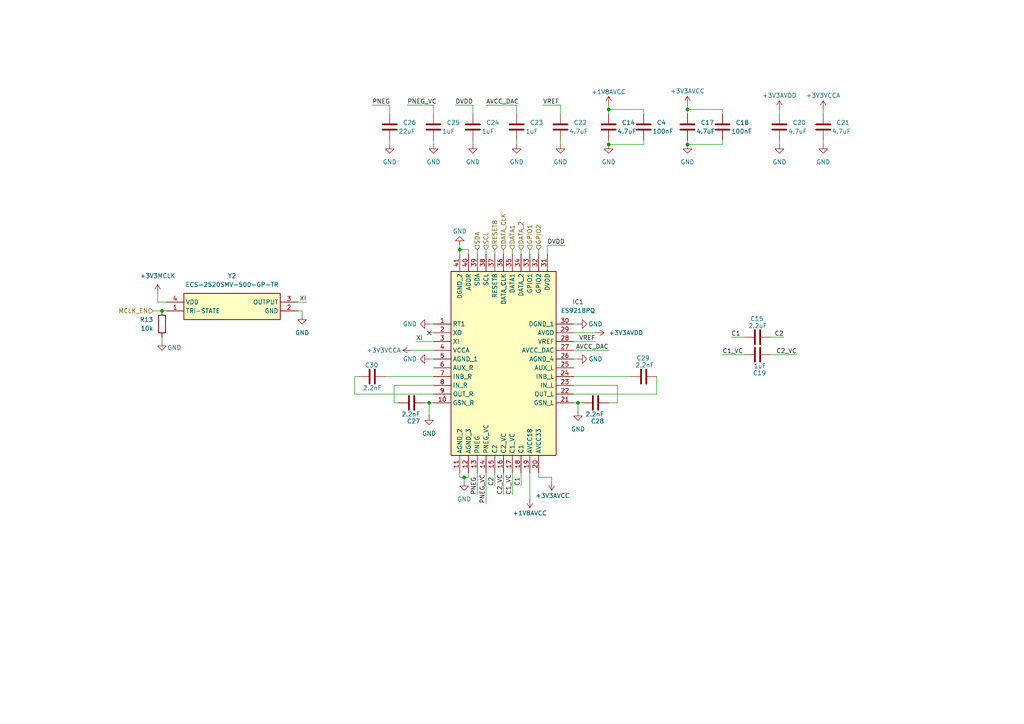
<source format=kicad_sch>
(kicad_sch (version 20250114) (generator "eeschema") (generator_version "9.0")
  (paper "A4")
  (lib_symbols
    (symbol "Device:C" (pin_numbers (hide yes)) (pin_names (offset 0.254))
      (property "Reference" "C" (at 0.635 2.54 0))
      (property "Value" "C" (at 0.635 -2.54 0))
      (symbol "C_0_1"
        (polyline (pts (xy -2.032 0.762) (xy 2.032 0.762)) (stroke (width 0.508)))
        (polyline (pts (xy -2.032 -0.762) (xy 2.032 -0.762)) (stroke (width 0.508)))
      )
      (symbol "C_1_1"
        (pin passive line (at 0 3.81 270) (length 2.794) (name "~") (number "1"))
        (pin passive line (at 0 -3.81 90) (length 2.794) (name "~") (number "2"))
      )
    )
    (symbol "Device:R" (pin_numbers (hide yes)) (pin_names (offset 0))
      (property "Reference" "R" (at 2.032 0 90))
      (property "Value" "R" (at 0 0 90))
      (symbol "R_0_1"
        (rectangle (start -1.016 -2.54) (end 1.016 2.54) (stroke (width 0.254)))
      )
      (symbol "R_1_1"
        (pin passive line (at 0 3.81 270) (length 1.27) (name "~") (number "1"))
        (pin passive line (at 0 -3.81 90) (length 1.27) (name "~") (number "2"))
      )
    )
    (symbol "ECS-2520SMV-500-GP-TR:ECS-2520SMV-500-GP-TR"
      (property "Reference" "Y" (at 34.29 7.62 0))
      (property "Value" "ECS-2520SMV-500-GP-TR" (at 34.29 5.08 0))
      (symbol "ECS-2520SMV-500-GP-TR_1_1"
        (rectangle (start 5.08 2.54) (end 33.02 -5.08) (stroke (width 0.254)) (fill (type background)))
        (pin passive line (at 0 0 0) (length 5.08) (name "VDD") (number "4"))
        (pin passive line (at 0 -2.54 0) (length 5.08) (name "TRI-STATE") (number "1"))
        (pin passive line (at 38.1 0 180) (length 5.08) (name "OUTPUT") (number "3"))
        (pin passive line (at 38.1 -2.54 180) (length 5.08) (name "GND") (number "2"))
      )
    )
    (symbol "ES9218PQ:ES9218PQ"
      (property "Reference" "IC" (at 36.83 20.32 0))
      (property "Value" "ES9218PQ" (at 36.83 17.78 0))
      (symbol "ES9218PQ_1_1"
        (rectangle (start 5.08 15.24) (end 35.56 -38.1) (stroke (width 0.254)) (fill (type background)))
        (pin passive line (at 0 0 0) (length 5.08) (name "RT1") (number "1"))
        (pin passive line (at 0 -2.54 0) (length 5.08) (name "XO") (number "2"))
        (pin passive line (at 0 -5.08 0) (length 5.08) (name "XI") (number "3"))
        (pin passive line (at 0 -7.62 0) (length 5.08) (name "VCCA") (number "4"))
        (pin passive line (at 0 -10.16 0) (length 5.08) (name "AGND_1") (number "5"))
        (pin passive line (at 0 -12.7 0) (length 5.08) (name "AUX_R") (number "6"))
        (pin passive line (at 0 -15.24 0) (length 5.08) (name "INB_R") (number "7"))
        (pin passive line (at 0 -17.78 0) (length 5.08) (name "IN_R") (number "8"))
        (pin passive line (at 0 -20.32 0) (length 5.08) (name "OUT_R") (number "9"))
        (pin passive line (at 0 -22.86 0) (length 5.08) (name "GSN_R") (number "10"))
        (pin passive line (at 7.62 20.32 270) (length 5.08) (name "DGND_2") (number "41"))
        (pin passive line (at 7.62 -43.18 90) (length 5.08) (name "AGND_2") (number "11"))
        (pin passive line (at 10.16 20.32 270) (length 5.08) (name "ADDR") (number "40"))
        (pin passive line (at 10.16 -43.18 90) (length 5.08) (name "AGND_3") (number "12"))
        (pin passive line (at 12.7 20.32 270) (length 5.08) (name "SDA") (number "39"))
        (pin passive line (at 12.7 -43.18 90) (length 5.08) (name "PNEG") (number "13"))
        (pin passive line (at 15.24 20.32 270) (length 5.08) (name "SCL") (number "38"))
        (pin passive line (at 15.24 -43.18 90) (length 5.08) (name "PNEG_VC") (number "14"))
        (pin passive line (at 17.78 20.32 270) (length 5.08) (name "RESETB") (number "37"))
        (pin passive line (at 17.78 -43.18 90) (length 5.08) (name "C2") (number "15"))
        (pin passive line (at 20.32 20.32 270) (length 5.08) (name "DATA_CLK") (number "36"))
        (pin passive line (at 20.32 -43.18 90) (length 5.08) (name "C2_VC") (number "16"))
        (pin passive line (at 22.86 20.32 270) (length 5.08) (name "DATA1") (number "35"))
        (pin passive line (at 22.86 -43.18 90) (length 5.08) (name "C1_VC") (number "17"))
        (pin passive line (at 25.4 20.32 270) (length 5.08) (name "DATA_2") (number "34"))
        (pin passive line (at 25.4 -43.18 90) (length 5.08) (name "C1") (number "18"))
        (pin passive line (at 27.94 20.32 270) (length 5.08) (name "GPIO1") (number "33"))
        (pin passive line (at 27.94 -43.18 90) (length 5.08) (name "AVCC18") (number "19"))
        (pin passive line (at 30.48 20.32 270) (length 5.08) (name "GPIO2") (number "32"))
        (pin passive line (at 30.48 -43.18 90) (length 5.08) (name "AVCC33") (number "20"))
        (pin passive line (at 33.02 20.32 270) (length 5.08) (name "DVDD") (number "31"))
        (pin passive line (at 40.64 0 180) (length 5.08) (name "DGND_1") (number "30"))
        (pin passive line (at 40.64 -2.54 180) (length 5.08) (name "AVDD") (number "29"))
        (pin passive line (at 40.64 -5.08 180) (length 5.08) (name "VREF") (number "28"))
        (pin passive line (at 40.64 -7.62 180) (length 5.08) (name "AVCC_DAC") (number "27"))
        (pin passive line (at 40.64 -10.16 180) (length 5.08) (name "AGND_4") (number "26"))
        (pin passive line (at 40.64 -12.7 180) (length 5.08) (name "AUX_L") (number "25"))
        (pin passive line (at 40.64 -15.24 180) (length 5.08) (name "INB_L") (number "24"))
        (pin passive line (at 40.64 -17.78 180) (length 5.08) (name "IN_L") (number "23"))
        (pin passive line (at 40.64 -20.32 180) (length 5.08) (name "OUT_L") (number "22"))
        (pin passive line (at 40.64 -22.86 180) (length 5.08) (name "GSN_L") (number "21"))
      )
    )
    (symbol "power:+1V8" (power) (pin_numbers (hide yes)) (pin_names (offset 0) (hide yes))
      (property "Value" "+1V8" (at 0 3.556 0))
      (symbol "+1V8_0_1"
        (polyline (pts (xy -0.762 1.27) (xy 0 2.54)))
        (polyline (pts (xy 0 2.54) (xy 0.762 1.27)))
        (polyline (pts (xy 0 0) (xy 0 2.54)))
      )
      (symbol "+1V8_1_1"
        (pin power_in line (at 0 0 90) (length 0) (name "~") (number "1"))
      )
    )
    (symbol "power:+3V3" (power) (pin_numbers (hide yes)) (pin_names (offset 0) (hide yes))
      (property "Value" "+3V3" (at 0 3.556 0))
      (symbol "+3V3_0_1"
        (polyline (pts (xy -0.762 1.27) (xy 0 2.54)))
        (polyline (pts (xy 0 2.54) (xy 0.762 1.27)))
        (polyline (pts (xy 0 0) (xy 0 2.54)))
      )
      (symbol "+3V3_1_1"
        (pin power_in line (at 0 0 90) (length 0) (name "~") (number "1"))
      )
    )
    (symbol "power:GND" (power) (pin_numbers (hide yes)) (pin_names (offset 0) (hide yes))
      (property "Value" "GND" (at 0 -3.81 0))
      (symbol "GND_0_1"
        (polyline (pts (xy 0 0) (xy 0 -1.27) (xy 1.27 -1.27) (xy 0 -2.54) (xy -1.27 -1.27) (xy 0 -1.27)))
      )
      (symbol "GND_1_1"
        (pin power_in line (at 0 0 270) (length 0) (name "~") (number "1"))
      )
    )
  )
  (junction (at 167.64 116.84))
  (junction (at 176.53 31.75))
  (junction (at 124.46 116.84))
  (junction (at 176.53 41.91))
  (junction (at 46.99 90.17))
  (junction (at 199.39 31.75))
  (junction (at 133.35 72.39))
  (junction (at 199.39 41.91))
  (junction (at 134.62 138.43))
  (no_connect (at 124.46 96.52))
  (wire (pts (xy 157.48 30.48) (xy 162.56 30.48)))
  (wire (pts (xy 137.16 30.48) (xy 137.16 33.02)))
  (wire (pts (xy 167.64 104.14) (xy 166.37 104.14)))
  (wire (pts (xy 166.37 116.84) (xy 167.64 116.84)))
  (wire (pts (xy 162.56 30.48) (xy 162.56 33.02)))
  (wire (pts (xy 163.83 71.12) (xy 158.75 71.12)))
  (wire (pts (xy 124.46 93.98) (xy 125.73 93.98)))
  (wire (pts (xy 138.43 143.51) (xy 138.43 137.16)))
  (wire (pts (xy 212.09 97.79) (xy 215.9 97.79)))
  (wire (pts (xy 114.3 116.84) (xy 114.3 111.76)))
  (wire (pts (xy 226.06 31.75) (xy 226.06 33.02)))
  (wire (pts (xy 238.76 40.64) (xy 238.76 41.91)))
  (wire (pts (xy 156.21 72.39) (xy 156.21 73.66)))
  (wire (pts (xy 160.02 138.43) (xy 160.02 139.7)))
  (wire (pts (xy 148.59 143.51) (xy 148.59 137.16)))
  (wire (pts (xy 176.53 30.48) (xy 176.53 31.75)))
  (wire (pts (xy 124.46 116.84) (xy 124.46 120.65)))
  (wire (pts (xy 199.39 31.75) (xy 209.55 31.75)))
  (wire (pts (xy 134.62 138.43) (xy 135.89 138.43)))
  (wire (pts (xy 124.46 104.14) (xy 125.73 104.14)))
  (wire (pts (xy 158.75 71.12) (xy 158.75 73.66)))
  (wire (pts (xy 113.03 30.48) (xy 107.95 30.48)))
  (wire (pts (xy 88.9 87.63) (xy 86.36 87.63)))
  (wire (pts (xy 124.46 96.52) (xy 125.73 96.52)))
  (wire (pts (xy 133.35 137.16) (xy 133.35 138.43)))
  (wire (pts (xy 45.72 85.09) (xy 45.72 87.63)))
  (wire (pts (xy 176.53 101.6) (xy 166.37 101.6)))
  (wire (pts (xy 135.89 137.16) (xy 135.89 138.43)))
  (wire (pts (xy 119.38 101.6) (xy 125.73 101.6)))
  (wire (pts (xy 223.52 97.79) (xy 227.33 97.79)))
  (wire (pts (xy 176.53 31.75) (xy 186.69 31.75)))
  (wire (pts (xy 87.63 91.44) (xy 87.63 90.17)))
  (wire (pts (xy 146.05 143.51) (xy 146.05 137.16)))
  (wire (pts (xy 146.05 72.39) (xy 146.05 73.66)))
  (wire (pts (xy 135.89 72.39) (xy 133.35 72.39)))
  (wire (pts (xy 186.69 41.91) (xy 186.69 40.64)))
  (wire (pts (xy 176.53 41.91) (xy 176.53 40.64)))
  (wire (pts (xy 137.16 40.64) (xy 137.16 41.91)))
  (wire (pts (xy 167.64 116.84) (xy 168.91 116.84)))
  (wire (pts (xy 162.56 41.91) (xy 162.56 40.64)))
  (wire (pts (xy 133.35 72.39) (xy 133.35 73.66)))
  (wire (pts (xy 124.46 116.84) (xy 125.73 116.84)))
  (wire (pts (xy 87.63 90.17) (xy 86.36 90.17)))
  (wire (pts (xy 114.3 111.76) (xy 125.73 111.76)))
  (wire (pts (xy 102.87 114.3) (xy 125.73 114.3)))
  (wire (pts (xy 123.19 116.84) (xy 124.46 116.84)))
  (wire (pts (xy 133.35 138.43) (xy 134.62 138.43)))
  (wire (pts (xy 209.55 41.91) (xy 209.55 40.64)))
  (wire (pts (xy 167.64 93.98) (xy 166.37 93.98)))
  (wire (pts (xy 209.55 102.87) (xy 215.9 102.87)))
  (wire (pts (xy 149.86 30.48) (xy 149.86 33.02)))
  (wire (pts (xy 199.39 41.91) (xy 199.39 40.64)))
  (wire (pts (xy 140.97 30.48) (xy 149.86 30.48)))
  (wire (pts (xy 125.73 40.64) (xy 125.73 41.91)))
  (wire (pts (xy 143.51 140.97) (xy 143.51 137.16)))
  (wire (pts (xy 140.97 146.05) (xy 140.97 137.16)))
  (wire (pts (xy 133.35 71.12) (xy 133.35 72.39)))
  (wire (pts (xy 156.21 138.43) (xy 160.02 138.43)))
  (wire (pts (xy 199.39 30.48) (xy 199.39 31.75)))
  (wire (pts (xy 199.39 33.02) (xy 199.39 31.75)))
  (wire (pts (xy 149.86 40.64) (xy 149.86 41.91)))
  (wire (pts (xy 113.03 33.02) (xy 113.03 30.48)))
  (wire (pts (xy 46.99 99.06) (xy 46.99 97.79)))
  (wire (pts (xy 167.64 116.84) (xy 167.64 119.38)))
  (wire (pts (xy 190.5 114.3) (xy 190.5 109.22)))
  (wire (pts (xy 153.67 72.39) (xy 153.67 73.66)))
  (wire (pts (xy 46.99 90.17) (xy 48.26 90.17)))
  (wire (pts (xy 104.14 109.22) (xy 102.87 109.22)))
  (wire (pts (xy 209.55 31.75) (xy 209.55 33.02)))
  (wire (pts (xy 125.73 30.48) (xy 125.73 33.02)))
  (wire (pts (xy 238.76 31.75) (xy 238.76 33.02)))
  (wire (pts (xy 172.72 99.06) (xy 166.37 99.06)))
  (wire (pts (xy 143.51 72.39) (xy 143.51 73.66)))
  (wire (pts (xy 111.76 109.22) (xy 125.73 109.22)))
  (wire (pts (xy 148.59 72.39) (xy 148.59 73.66)))
  (wire (pts (xy 44.45 90.17) (xy 46.99 90.17)))
  (wire (pts (xy 156.21 138.43) (xy 156.21 137.16)))
  (wire (pts (xy 114.3 116.84) (xy 115.57 116.84)))
  (wire (pts (xy 102.87 109.22) (xy 102.87 114.3)))
  (wire (pts (xy 153.67 144.78) (xy 153.67 137.16)))
  (wire (pts (xy 172.72 96.52) (xy 166.37 96.52)))
  (wire (pts (xy 186.69 31.75) (xy 186.69 33.02)))
  (wire (pts (xy 113.03 40.64) (xy 113.03 41.91)))
  (wire (pts (xy 179.07 111.76) (xy 179.07 116.84)))
  (wire (pts (xy 45.72 87.63) (xy 48.26 87.63)))
  (wire (pts (xy 151.13 72.39) (xy 151.13 73.66)))
  (wire (pts (xy 134.62 139.7) (xy 134.62 138.43)))
  (wire (pts (xy 166.37 109.22) (xy 182.88 109.22)))
  (wire (pts (xy 166.37 114.3) (xy 190.5 114.3)))
  (wire (pts (xy 176.53 41.91) (xy 186.69 41.91)))
  (wire (pts (xy 166.37 111.76) (xy 179.07 111.76)))
  (wire (pts (xy 176.53 33.02) (xy 176.53 31.75)))
  (wire (pts (xy 138.43 72.39) (xy 138.43 73.66)))
  (wire (pts (xy 120.65 99.06) (xy 125.73 99.06)))
  (wire (pts (xy 179.07 116.84) (xy 176.53 116.84)))
  (wire (pts (xy 118.11 30.48) (xy 125.73 30.48)))
  (wire (pts (xy 151.13 140.97) (xy 151.13 137.16)))
  (wire (pts (xy 223.52 102.87) (xy 231.14 102.87)))
  (wire (pts (xy 199.39 41.91) (xy 209.55 41.91)))
  (wire (pts (xy 135.89 73.66) (xy 135.89 72.39)))
  (wire (pts (xy 140.97 72.39) (xy 140.97 73.66)))
  (wire (pts (xy 132.08 30.48) (xy 137.16 30.48)))
  (wire (pts (xy 226.06 41.91) (xy 226.06 40.64)))
  (label "PNEG_VC" (at 118.11 30.48 0))
  (label "PNEG" (at 107.95 30.48 0))
  (label "C1_VC" (at 148.59 143.51 90))
  (label "PNEG" (at 138.43 143.51 90))
  (label "C2" (at 227.33 97.79 180))
  (label "DVDD" (at 163.83 71.12 180))
  (label "C1_VC" (at 209.55 102.87 0))
  (label "XI" (at 88.9 87.63 180))
  (label "AVCC_DAC" (at 140.97 30.48 0))
  (label "XI" (at 120.65 99.06 0))
  (label "C2_VC" (at 231.14 102.87 180))
  (label "VREF" (at 157.48 30.48 0))
  (label "C2_VC" (at 146.05 143.51 90))
  (label "VREF" (at 172.72 99.06 180))
  (label "C2" (at 143.51 140.97 90))
  (label "AVCC_DAC" (at 176.53 101.6 180))
  (label "C1" (at 151.13 140.97 90))
  (label "C1" (at 212.09 97.79 0))
  (label "PNEG_VC" (at 140.97 146.05 90))
  (label "DVDD" (at 132.08 30.48 0))
  (hierarchical_label "GPIO2" (shape input) (at 156.21 72.39 90))
  (hierarchical_label "SCL" (shape input) (at 140.97 72.39 90))
  (hierarchical_label "DATA1" (shape input) (at 148.59 72.39 90))
  (hierarchical_label "DATA_CLK" (shape input) (at 146.05 72.39 90))
  (hierarchical_label "SDA" (shape input) (at 138.43 72.39 90))
  (hierarchical_label "MCLK_EN" (shape input) (at 44.45 90.17 180))
  (hierarchical_label "GPIO1" (shape input) (at 153.67 72.39 90))
  (hierarchical_label "DATA_2" (shape input) (at 151.13 72.39 90))
  (hierarchical_label "RESETB" (shape input) (at 143.51 72.39 90))
  (symbol (lib_id "Device:C") (at 186.69 109.22 90) (unit 1)
    (property "Reference" "C29" (at 188.468 103.886 90) (effects (justify left)))
    (property "Value" "2.2nF" (at 189.738 105.918 90) (effects (justify left)))
    (property "Description" "Unpolarized capacitor" (effects (hide yes)))
  )
  (symbol (lib_id "power:+3V3") (at 238.76 31.75 0) (unit 1)
    (property "Reference" "#PWR053" (effects (hide yes)))
    (property "Value" "+3V3VCCA" (at 238.76 27.686 0))
    (property "Description" "Power symbol creates a global label with name \"+3V3\"" (effects (hide yes)))
  )
  (symbol (lib_id "Device:C") (at 119.38 116.84 90) (mirror x) (unit 1)
    (property "Reference" "C27" (at 121.92 122.174 90) (effects (justify left)))
    (property "Value" "2.2nF" (at 121.92 120.142 90) (effects (justify left)))
    (property "Description" "Unpolarized capacitor" (effects (hide yes)))
  )
  (symbol (lib_id "power:GND") (at 226.06 41.91 0) (unit 1)
    (property "Reference" "#PWR077" (effects (hide yes)))
    (property "Value" "GND" (at 226.06 46.99 0))
    (property "Description" "Power symbol creates a global label with name \"GND\" , ground" (effects (hide yes)))
  )
  (symbol (lib_id "Device:C") (at 125.73 36.83 0) (unit 1)
    (property "Reference" "C25" (at 129.54 35.5599 0) (effects (justify left)))
    (property "Value" "1uF" (at 128.27 38.1 0) (effects (justify left)))
    (property "Description" "Unpolarized capacitor" (effects (hide yes)))
  )
  (symbol (lib_id "Device:C") (at 137.16 36.83 0) (unit 1)
    (property "Reference" "C24" (at 140.97 35.5599 0) (effects (justify left)))
    (property "Value" "1uF" (at 139.7 38.1 0) (effects (justify left)))
    (property "Description" "Unpolarized capacitor" (effects (hide yes)))
  )
  (symbol (lib_id "power:GND") (at 125.73 41.91 0) (unit 1)
    (property "Reference" "#PWR082" (effects (hide yes)))
    (property "Value" "GND" (at 125.73 46.99 0))
    (property "Description" "Power symbol creates a global label with name \"GND\" , ground" (effects (hide yes)))
  )
  (symbol (lib_id "Device:C") (at 219.71 102.87 90) (mirror x) (unit 1)
    (property "Reference" "C19" (at 222.25 108.204 90) (effects (justify left)))
    (property "Value" "1uF" (at 222.25 106.172 90) (effects (justify left)))
    (property "Description" "Unpolarized capacitor" (effects (hide yes)))
  )
  (symbol (lib_id "power:GND") (at 162.56 41.91 0) (unit 1)
    (property "Reference" "#PWR079" (effects (hide yes)))
    (property "Value" "GND" (at 162.56 46.99 0))
    (property "Description" "Power symbol creates a global label with name \"GND\" , ground" (effects (hide yes)))
  )
  (symbol (lib_id "Device:C") (at 149.86 36.83 0) (unit 1)
    (property "Reference" "C23" (at 153.67 35.5599 0) (effects (justify left)))
    (property "Value" "1uF" (at 152.4 38.1 0) (effects (justify left)))
    (property "Description" "Unpolarized capacitor" (effects (hide yes)))
  )
  (symbol (lib_id "Device:C") (at 186.69 36.83 0) (unit 1)
    (property "Reference" "C4" (at 190.5 35.5599 0) (effects (justify left)))
    (property "Value" "100nF" (at 189.23 38.1 0) (effects (justify left)))
    (property "Description" "Unpolarized capacitor" (effects (hide yes)))
  )
  (symbol (lib_id "Device:C") (at 226.06 36.83 0) (unit 1)
    (property "Reference" "C20" (at 229.87 35.5599 0) (effects (justify left)))
    (property "Value" "4.7uF" (at 228.6 38.1 0) (effects (justify left)))
    (property "Description" "Unpolarized capacitor" (effects (hide yes)))
  )
  (symbol (lib_id "power:+1V8") (at 176.53 30.48 0) (unit 1)
    (property "Reference" "#PWR024" (effects (hide yes)))
    (property "Value" "+1V8AVCC" (at 176.53 26.67 0))
    (property "Description" "Power symbol creates a global label with name \"+1V8\"" (effects (hide yes)))
  )
  (symbol (lib_id "Device:C") (at 176.53 36.83 0) (unit 1)
    (property "Reference" "C14" (at 180.34 35.5599 0) (effects (justify left)))
    (property "Value" "4.7uF" (at 179.07 38.1 0) (effects (justify left)))
    (property "Description" "Unpolarized capacitor" (effects (hide yes)))
  )
  (symbol (lib_id "ECS-2520SMV-500-GP-TR:ECS-2520SMV-500-GP-TR") (at 48.26 87.63 0) (unit 1)
    (property "Reference" "Y2" (at 67.31 80.01 0))
    (property "Value" "ECS-2520SMV-500-GP-TR" (at 67.31 82.55 0))
    (property "Footprint" "ECS2520SMV500GPTR" (effects (hide yes)))
    (property "Datasheet" "https://eu.mouser.com/datasheet/2/122/ECS_2520SMV-1628252.pdf" (effects (hide yes)))
    (property "Description" "Standard Clock Oscillators 50.000 MHz MultiVolt 1.62 3.63 V +/-5ppm -40 +105 C 4-SMD 2.5 X 2.0 mm RoHS" (effects (hide yes)))
    (property "Height" "0.9" (effects (hide yes)))
    (property "Manufacturer_Name" "ECS" (effects (hide yes)))
    (property "Manufacturer_Part_Number" "ECS-2520SMV-500-GP-TR" (effects (hide yes)))
    (property "Mouser Part Number" "520-2520SMV-500-GP-T" (effects (hide yes)))
    (property "Mouser Price/Stock" "https://www.mouser.co.uk/ProductDetail/ECS/ECS-2520SMV-500-GP-TR?qs=XeJtXLiO41S1fNQUYV715g%3D%3D" (effects (hide yes)))
    (property "Arrow Part Number" "ECS-2520SMV-500-GP-TR" (effects (hide yes)))
    (property "Arrow Price/Stock" "https://www.arrow.com/en/products/ecs-2520smv-500-gp-tr/ecs-international?region=nac" (effects (hide yes)))
  )
  (symbol (lib_id "power:GND") (at 46.99 99.06 0) (mirror y) (unit 1)
    (property "Reference" "#PWR041" (effects (hide yes)))
    (property "Value" "GND" (at 50.546 100.838 0))
    (property "Description" "Power symbol creates a global label with name \"GND\" , ground" (effects (hide yes)))
  )
  (symbol (lib_id "power:GND") (at 124.46 93.98 270) (mirror x) (unit 1)
    (property "Reference" "#PWR042" (effects (hide yes)))
    (property "Value" "GND" (at 118.872 93.98 90))
    (property "Description" "Power symbol creates a global label with name \"GND\" , ground" (effects (hide yes)))
  )
  (symbol (lib_id "power:GND") (at 167.64 119.38 0) (unit 1)
    (property "Reference" "#PWR037" (effects (hide yes)))
    (property "Value" "GND" (at 167.64 124.46 0))
    (property "Description" "Power symbol creates a global label with name \"GND\" , ground" (effects (hide yes)))
  )
  (symbol (lib_id "ES9218PQ:ES9218PQ") (at 125.73 93.98 0) (unit 1)
    (property "Reference" "IC1" (at 167.64 87.5598 0))
    (property "Value" "ES9218PQ" (at 167.64 90.0998 0))
    (property "Footprint" "ES9218PQ:QFN40P500X500X80-41N-D" (effects (hide yes)))
    (property "Datasheet" "https://eu.mouser.com/datasheet/2/1082/ES9218P_Datasheet_v1_8-2933526.pdf" (effects (hide yes)))
    (property "Description" "Audio D/A Converter ICs Sabre 32 2V rms Integrated Stereo QUAD DAC /HPA/Switch" (effects (hide yes)))
    (property "Height" "0.8" (effects (hide yes)))
    (property "Manufacturer_Name" "ESS Technology" (effects (hide yes)))
    (property "Manufacturer_Part_Number" "ES9218PQ" (effects (hide yes)))
    (property "Mouser Part Number" "460-ES9218PQ" (effects (hide yes)))
    (property "Mouser Price/Stock" "https://www.mouser.co.uk/ProductDetail/ESS-Technology/ES9218PQ?qs=sPbYRqrBIVkIKXrxpjKBFg%3D%3D" (effects (hide yes)))
  )
  (symbol (lib_id "Device:C") (at 172.72 116.84 90) (mirror x) (unit 1)
    (property "Reference" "C28" (at 175.26 122.174 90) (effects (justify left)))
    (property "Value" "2.2nF" (at 175.26 120.142 90) (effects (justify left)))
    (property "Description" "Unpolarized capacitor" (effects (hide yes)))
  )
  (symbol (lib_id "Device:C") (at 238.76 36.83 0) (unit 1)
    (property "Reference" "C21" (at 242.57 35.5599 0) (effects (justify left)))
    (property "Value" "4.7uF" (at 241.3 38.1 0) (effects (justify left)))
    (property "Description" "Unpolarized capacitor" (effects (hide yes)))
  )
  (symbol (lib_id "Device:C") (at 219.71 97.79 90) (unit 1)
    (property "Reference" "C15" (at 221.488 92.456 90) (effects (justify left)))
    (property "Value" "2.2uF" (at 222.504 94.488 90) (effects (justify left)))
    (property "Description" "Unpolarized capacitor" (effects (hide yes)))
  )
  (symbol (lib_id "power:GND") (at 176.53 41.91 0) (unit 1)
    (property "Reference" "#PWR075" (effects (hide yes)))
    (property "Value" "GND" (at 176.53 46.99 0))
    (property "Description" "Power symbol creates a global label with name \"GND\" , ground" (effects (hide yes)))
  )
  (symbol (lib_id "power:GND") (at 149.86 41.91 0) (unit 1)
    (property "Reference" "#PWR080" (effects (hide yes)))
    (property "Value" "GND" (at 149.86 46.99 0))
    (property "Description" "Power symbol creates a global label with name \"GND\" , ground" (effects (hide yes)))
  )
  (symbol (lib_id "power:GND") (at 137.16 41.91 0) (unit 1)
    (property "Reference" "#PWR081" (effects (hide yes)))
    (property "Value" "GND" (at 137.16 46.99 0))
    (property "Description" "Power symbol creates a global label with name \"GND\" , ground" (effects (hide yes)))
  )
  (symbol (lib_id "power:+1V8") (at 172.72 96.52 270) (unit 1)
    (property "Reference" "#PWR034" (effects (hide yes)))
    (property "Value" "+3V3AVDD" (at 176.53 96.5199 90) (effects (justify left)))
    (property "Description" "Power symbol creates a global label with name \"+1V8\"" (effects (hide yes)))
  )
  (symbol (lib_id "power:GND") (at 124.46 120.65 0) (unit 1)
    (property "Reference" "#PWR036" (effects (hide yes)))
    (property "Value" "GND" (at 124.46 125.73 0))
    (property "Description" "Power symbol creates a global label with name \"GND\" , ground" (effects (hide yes)))
  )
  (symbol (lib_id "Device:R") (at 46.99 93.98 0) (mirror y) (unit 1)
    (property "Reference" "R13" (at 44.45 92.7099 0) (effects (justify left)))
    (property "Value" "10k" (at 44.45 95.2499 0) (effects (justify left)))
    (property "Description" "Resistor" (effects (hide yes)))
  )
  (symbol (lib_id "power:+1V8") (at 153.67 144.78 180) (unit 1)
    (property "Reference" "#PWR026" (effects (hide yes)))
    (property "Value" "+1V8AVCC" (at 153.67 148.844 0))
    (property "Description" "Power symbol creates a global label with name \"+1V8\"" (effects (hide yes)))
  )
  (symbol (lib_id "power:GND") (at 133.35 71.12 180) (unit 1)
    (property "Reference" "#PWR029" (effects (hide yes)))
    (property "Value" "GND" (at 133.35 67.056 0))
    (property "Description" "Power symbol creates a global label with name \"GND\" , ground" (effects (hide yes)))
  )
  (symbol (lib_id "power:+3V3") (at 119.38 101.6 90) (unit 1)
    (property "Reference" "#PWR032" (effects (hide yes)))
    (property "Value" "+3V3VCCA" (at 116.332 101.6 90) (effects (justify left)))
    (property "Description" "Power symbol creates a global label with name \"+3V3\"" (effects (hide yes)))
  )
  (symbol (lib_id "power:GND") (at 134.62 139.7 0) (unit 1)
    (property "Reference" "#PWR028" (effects (hide yes)))
    (property "Value" "GND" (at 134.62 144.78 0))
    (property "Description" "Power symbol creates a global label with name \"GND\" , ground" (effects (hide yes)))
  )
  (symbol (lib_id "power:GND") (at 199.39 41.91 0) (unit 1)
    (property "Reference" "#PWR076" (effects (hide yes)))
    (property "Value" "GND" (at 199.39 46.99 0))
    (property "Description" "Power symbol creates a global label with name \"GND\" , ground" (effects (hide yes)))
  )
  (symbol (lib_id "Device:C") (at 209.55 36.83 0) (unit 1)
    (property "Reference" "C18" (at 213.36 35.5599 0) (effects (justify left)))
    (property "Value" "100nF" (at 212.09 38.1 0) (effects (justify left)))
    (property "Description" "Unpolarized capacitor" (effects (hide yes)))
  )
  (symbol (lib_id "power:GND") (at 167.64 104.14 90) (unit 1)
    (property "Reference" "#PWR033" (effects (hide yes)))
    (property "Value" "GND" (at 172.72 104.14 90))
    (property "Description" "Power symbol creates a global label with name \"GND\" , ground" (effects (hide yes)))
  )
  (symbol (lib_id "Device:C") (at 162.56 36.83 0) (unit 1)
    (property "Reference" "C22" (at 166.37 35.5599 0) (effects (justify left)))
    (property "Value" "4.7uF" (at 165.1 38.1 0) (effects (justify left)))
    (property "Description" "Unpolarized capacitor" (effects (hide yes)))
  )
  (symbol (lib_id "power:GND") (at 167.64 93.98 90) (unit 1)
    (property "Reference" "#PWR02" (effects (hide yes)))
    (property "Value" "GND" (at 172.72 93.98 90))
    (property "Description" "Power symbol creates a global label with name \"GND\" , ground" (effects (hide yes)))
  )
  (symbol (lib_id "power:GND") (at 124.46 104.14 270) (mirror x) (unit 1)
    (property "Reference" "#PWR038" (effects (hide yes)))
    (property "Value" "GND" (at 118.872 104.14 90))
    (property "Description" "Power symbol creates a global label with name \"GND\" , ground" (effects (hide yes)))
  )
  (symbol (lib_id "power:GND") (at 87.63 91.44 0) (unit 1)
    (property "Reference" "#PWR039" (effects (hide yes)))
    (property "Value" "GND" (at 87.63 96.52 0))
    (property "Description" "Power symbol creates a global label with name \"GND\" , ground" (effects (hide yes)))
  )
  (symbol (lib_id "Device:C") (at 107.95 109.22 90) (mirror x) (unit 1)
    (property "Reference" "C30" (at 109.728 105.918 90) (effects (justify left)))
    (property "Value" "2.2nF" (at 110.744 112.522 90) (effects (justify left)))
    (property "Description" "Unpolarized capacitor" (effects (hide yes)))
  )
  (symbol (lib_id "power:+1V8") (at 226.06 31.75 0) (unit 1)
    (property "Reference" "#PWR03" (effects (hide yes)))
    (property "Value" "+3V3AVDD" (at 226.06 27.686 0))
    (property "Description" "Power symbol creates a global label with name \"+1V8\"" (effects (hide yes)))
  )
  (symbol (lib_id "power:GND") (at 238.76 41.91 0) (unit 1)
    (property "Reference" "#PWR078" (effects (hide yes)))
    (property "Value" "GND" (at 238.76 46.99 0))
    (property "Description" "Power symbol creates a global label with name \"GND\" , ground" (effects (hide yes)))
  )
  (symbol (lib_id "power:GND") (at 113.03 41.91 0) (unit 1)
    (property "Reference" "#PWR083" (effects (hide yes)))
    (property "Value" "GND" (at 113.03 46.99 0))
    (property "Description" "Power symbol creates a global label with name \"GND\" , ground" (effects (hide yes)))
  )
  (symbol (lib_id "Device:C") (at 113.03 36.83 0) (unit 1)
    (property "Reference" "C26" (at 116.84 35.5599 0) (effects (justify left)))
    (property "Value" "22uF" (at 115.57 38.1 0) (effects (justify left)))
    (property "Description" "Unpolarized capacitor" (effects (hide yes)))
  )
  (symbol (lib_id "power:+1V8") (at 199.39 30.48 0) (unit 1)
    (property "Reference" "#PWR049" (effects (hide yes)))
    (property "Value" "+3V3AVCC" (at 199.39 26.416 0))
    (property "Description" "Power symbol creates a global label with name \"+1V8\"" (effects (hide yes)))
  )
  (symbol (lib_id "power:+3V3") (at 45.72 85.09 0) (unit 1)
    (property "Reference" "#PWR027" (effects (hide yes)))
    (property "Value" "+3V3MCLK" (at 45.72 80.01 0))
    (property "Description" "Power symbol creates a global label with name \"+3V3\"" (effects (hide yes)))
  )
  (symbol (lib_id "Device:C") (at 199.39 36.83 0) (unit 1)
    (property "Reference" "C17" (at 203.2 35.5599 0) (effects (justify left)))
    (property "Value" "4.7uF" (at 201.93 38.1 0) (effects (justify left)))
    (property "Description" "Unpolarized capacitor" (effects (hide yes)))
  )
  (symbol (lib_id "power:+1V8") (at 160.02 139.7 180) (unit 1)
    (property "Reference" "#PWR025" (effects (hide yes)))
    (property "Value" "+3V3AVCC" (at 160.274 143.764 0))
    (property "Description" "Power symbol creates a global label with name \"+1V8\"" (effects (hide yes)))
  )
)
</source>
